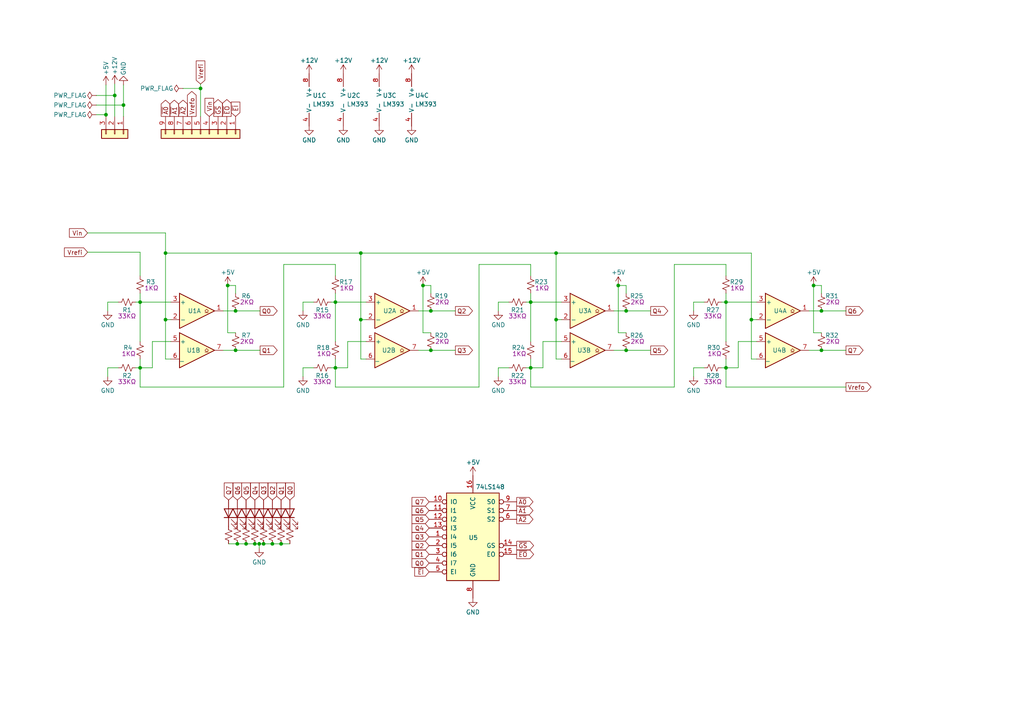
<source format=kicad_sch>
(kicad_sch (version 20211123) (generator eeschema)
  (paper "A4")
  (lib_symbols
    (symbol "74xx:74LS148" (pin_names (offset 1.016))
      (property "Reference" "U" (at -7.62 13.97 0))
      (property "Value" "74LS148" (at -7.62 -13.97 0))
      (symbol "74LS148_1_0"
        (pin input inverted (at -12.7 0 0) (length 5.08) (name "I4") (number "1"))
        (pin input inverted (at -12.7 10.16 0) (length 5.08) (name "IO") (number "10"))
        (pin input inverted (at -12.7 7.62 0) (length 5.08) (name "I1") (number "11"))
        (pin input inverted (at -12.7 5.08 0) (length 5.08) (name "I2") (number "12"))
        (pin input inverted (at -12.7 2.54 0) (length 5.08) (name "I3") (number "13"))
        (pin output inverted (at 12.7 -2.54 180) (length 5.08) (name "GS") (number "14"))
        (pin output inverted (at 12.7 -5.08 180) (length 5.08) (name "EO") (number "15"))
        (pin power_in line (at 0 17.78 270) (length 5.08) (name "VCC") (number "16"))
        (pin input inverted (at -12.7 -2.54 0) (length 5.08) (name "I5") (number "2"))
        (pin input inverted (at -12.7 -5.08 0) (length 5.08) (name "I6") (number "3"))
        (pin input inverted (at -12.7 -7.62 0) (length 5.08) (name "I7") (number "4"))
        (pin input inverted (at -12.7 -10.16 0) (length 5.08) (name "EI") (number "5"))
        (pin output inverted (at 12.7 5.08 180) (length 5.08) (name "S2") (number "6"))
        (pin output inverted (at 12.7 7.62 180) (length 5.08) (name "S1") (number "7"))
        (pin power_in line (at 0 -17.78 90) (length 5.08) (name "GND") (number "8"))
        (pin output inverted (at 12.7 10.16 180) (length 5.08) (name "S0") (number "9"))
      )
      (symbol "74LS148_1_1"
        (rectangle (start -7.62 12.7) (end 7.62 -12.7) (stroke (width 0.254)) (fill (type background)))
      )
    )
    (symbol "Comparator:LM393" (pin_names (offset 0.127))
      (property "Reference" "U" (at 3.81 3.81 0))
      (property "Value" "LM393" (at 6.35 -3.81 0))
      (symbol "LM393_1_1"
        (polyline (pts (xy -5.08 5.08) (xy 5.08 0) (xy -5.08 -5.08) (xy -5.08 5.08)) (stroke (width 0.254)) (fill (type background)))
        (polyline (pts (xy 3.302 -0.508) (xy 2.794 -0.508) (xy 3.302 0) (xy 2.794 0.508) (xy 2.286 0) (xy 2.794 -0.508) (xy 2.286 -0.508)) (stroke (width 0.127)))
        (pin open_collector line (at 7.62 0 180) (length 2.54) (name "~") (number "1"))
        (pin input line (at -7.62 -2.54 0) (length 2.54) (name "-") (number "2"))
        (pin input line (at -7.62 2.54 0) (length 2.54) (name "+") (number "3"))
      )
      (symbol "LM393_2_1"
        (polyline (pts (xy -5.08 5.08) (xy 5.08 0) (xy -5.08 -5.08) (xy -5.08 5.08)) (stroke (width 0.254)) (fill (type background)))
        (polyline (pts (xy 3.302 -0.508) (xy 2.794 -0.508) (xy 3.302 0) (xy 2.794 0.508) (xy 2.286 0) (xy 2.794 -0.508) (xy 2.286 -0.508)) (stroke (width 0.127)))
        (pin input line (at -7.62 2.54 0) (length 2.54) (name "+") (number "5"))
        (pin input line (at -7.62 -2.54 0) (length 2.54) (name "_") (number "6"))
        (pin open_collector line (at 7.62 0 180) (length 2.54) (name "~") (number "7"))
      )
      (symbol "LM393_3_1"
        (pin power_in line (at -2.54 -7.62 90) (length 3.81) (name "V-") (number "4"))
        (pin power_in line (at -2.54 7.62 270) (length 3.81) (name "V+") (number "8"))
      )
    )
    (symbol "Connector_Generic:Conn_01x03" (pin_names (offset 1.016) hide)
      (property "Reference" "J" (at 0 5.08 0))
      (property "Value" "Conn_01x03" (at 0 -5.08 0))
      (symbol "Conn_01x03_1_1"
        (rectangle (start -1.27 -2.413) (end 0 -2.667) (stroke (width 0.1524)))
        (rectangle (start -1.27 0.127) (end 0 -0.127) (stroke (width 0.1524)))
        (rectangle (start -1.27 2.667) (end 0 2.413) (stroke (width 0.1524)))
        (rectangle (start -1.27 3.81) (end 1.27 -3.81) (stroke (width 0.254)) (fill (type background)))
        (pin passive line (at -5.08 2.54 0) (length 3.81) (name "Pin_1") (number "1"))
        (pin passive line (at -5.08 0 0) (length 3.81) (name "Pin_2") (number "2"))
        (pin passive line (at -5.08 -2.54 0) (length 3.81) (name "Pin_3") (number "3"))
      )
    )
    (symbol "Connector_Generic:Conn_01x09" (pin_names (offset 1.016) hide)
      (property "Reference" "J" (at 0 12.7 0))
      (property "Value" "Conn_01x09" (at 0 -12.7 0))
      (symbol "Conn_01x09_1_1"
        (rectangle (start -1.27 -10.033) (end 0 -10.287) (stroke (width 0.1524)))
        (rectangle (start -1.27 -7.493) (end 0 -7.747) (stroke (width 0.1524)))
        (rectangle (start -1.27 -4.953) (end 0 -5.207) (stroke (width 0.1524)))
        (rectangle (start -1.27 -2.413) (end 0 -2.667) (stroke (width 0.1524)))
        (rectangle (start -1.27 0.127) (end 0 -0.127) (stroke (width 0.1524)))
        (rectangle (start -1.27 2.667) (end 0 2.413) (stroke (width 0.1524)))
        (rectangle (start -1.27 5.207) (end 0 4.953) (stroke (width 0.1524)))
        (rectangle (start -1.27 7.747) (end 0 7.493) (stroke (width 0.1524)))
        (rectangle (start -1.27 10.287) (end 0 10.033) (stroke (width 0.1524)))
        (rectangle (start -1.27 11.43) (end 1.27 -11.43) (stroke (width 0.254)) (fill (type background)))
        (pin passive line (at -5.08 10.16 0) (length 3.81) (name "Pin_1") (number "1"))
        (pin passive line (at -5.08 7.62 0) (length 3.81) (name "Pin_2") (number "2"))
        (pin passive line (at -5.08 5.08 0) (length 3.81) (name "Pin_3") (number "3"))
        (pin passive line (at -5.08 2.54 0) (length 3.81) (name "Pin_4") (number "4"))
        (pin passive line (at -5.08 0 0) (length 3.81) (name "Pin_5") (number "5"))
        (pin passive line (at -5.08 -2.54 0) (length 3.81) (name "Pin_6") (number "6"))
        (pin passive line (at -5.08 -5.08 0) (length 3.81) (name "Pin_7") (number "7"))
        (pin passive line (at -5.08 -7.62 0) (length 3.81) (name "Pin_8") (number "8"))
        (pin passive line (at -5.08 -10.16 0) (length 3.81) (name "Pin_9") (number "9"))
      )
    )
    (symbol "Device:LED" (pin_numbers hide) (pin_names (offset 1.016) hide)
      (property "Reference" "D" (at 0 2.54 0))
      (property "Value" "LED" (at 0 -2.54 0))
      (symbol "LED_0_1"
        (polyline (pts (xy -1.27 -1.27) (xy -1.27 1.27)) (stroke (width 0.254)))
        (polyline (pts (xy -1.27 0) (xy 1.27 0)))
        (polyline (pts (xy 1.27 -1.27) (xy 1.27 1.27) (xy -1.27 0) (xy 1.27 -1.27)) (stroke (width 0.254)))
        (polyline (pts (xy -3.048 -0.762) (xy -4.572 -2.286) (xy -3.81 -2.286) (xy -4.572 -2.286) (xy -4.572 -1.524)))
        (polyline (pts (xy -1.778 -0.762) (xy -3.302 -2.286) (xy -2.54 -2.286) (xy -3.302 -2.286) (xy -3.302 -1.524)))
      )
      (symbol "LED_1_1"
        (pin passive line (at -3.81 0 0) (length 2.54) (name "K") (number "1"))
        (pin passive line (at 3.81 0 180) (length 2.54) (name "A") (number "2"))
      )
    )
    (symbol "Device:R_Small_US" (pin_numbers hide) (pin_names (offset 0.254) hide)
      (property "Reference" "R" (at 0.762 0.508 0))
      (property "Value" "R_Small_US" (at 0.762 -1.016 0))
      (symbol "R_Small_US_1_1"
        (polyline (pts (xy 0 0) (xy 1.016 -0.381) (xy 0 -0.762) (xy -1.016 -1.143) (xy 0 -1.524)))
        (polyline (pts (xy 0 1.524) (xy 1.016 1.143) (xy 0 0.762) (xy -1.016 0.381) (xy 0 0)))
        (pin passive line (at 0 2.54 270) (length 1.016) (name "~") (number "1"))
        (pin passive line (at 0 -2.54 90) (length 1.016) (name "~") (number "2"))
      )
    )
    (symbol "power:+12V" (power) (pin_names (offset 0))
      (property "Value" "+12V" (at 0 3.556 0))
      (symbol "+12V_0_1"
        (polyline (pts (xy -0.762 1.27) (xy 0 2.54)))
        (polyline (pts (xy 0 0) (xy 0 2.54)))
        (polyline (pts (xy 0 2.54) (xy 0.762 1.27)))
      )
      (symbol "+12V_1_1"
        (pin power_in line (at 0 0 90) (length 0) hide (name "+12V") (number "1"))
      )
    )
    (symbol "power:+5V" (power) (pin_names (offset 0))
      (property "Value" "+5V" (at 0 3.556 0))
      (symbol "+5V_0_1"
        (polyline (pts (xy -0.762 1.27) (xy 0 2.54)))
        (polyline (pts (xy 0 0) (xy 0 2.54)))
        (polyline (pts (xy 0 2.54) (xy 0.762 1.27)))
      )
      (symbol "+5V_1_1"
        (pin power_in line (at 0 0 90) (length 0) hide (name "+5V") (number "1"))
      )
    )
    (symbol "power:GND" (power) (pin_names (offset 0))
      (property "Value" "GND" (at 0 -3.81 0))
      (symbol "GND_0_1"
        (polyline (pts (xy 0 0) (xy 0 -1.27) (xy 1.27 -1.27) (xy 0 -2.54) (xy -1.27 -1.27) (xy 0 -1.27)))
      )
      (symbol "GND_1_1"
        (pin power_in line (at 0 0 270) (length 0) hide (name "GND") (number "1"))
      )
    )
    (symbol "power:PWR_FLAG" (power) (pin_numbers hide) (pin_names (offset 0) hide)
      (property "Value" "PWR_FLAG" (at 0 3.81 0))
      (symbol "PWR_FLAG_0_0"
        (pin power_out line (at 0 0 90) (length 0) (name "pwr") (number "1"))
      )
      (symbol "PWR_FLAG_0_1"
        (polyline (pts (xy 0 0) (xy 0 1.27) (xy -1.016 1.905) (xy 0 2.54) (xy 1.016 1.905) (xy 0 1.27)))
      )
    )
  )
  (junction (at 35.814 30.48))
  (junction (at 181.61 90.17))
  (junction (at 217.932 92.71))
  (junction (at 235.966 82.804))
  (junction (at 153.924 106.68))
  (junction (at 104.648 92.71))
  (junction (at 40.64 106.68))
  (junction (at 40.64 87.63))
  (junction (at 48.006 73.406))
  (junction (at 68.326 90.17))
  (junction (at 58.166 25.654))
  (junction (at 104.648 73.406))
  (junction (at 68.326 101.6))
  (junction (at 66.04 82.804))
  (junction (at 97.282 87.63))
  (junction (at 124.968 101.6))
  (junction (at 33.274 27.686))
  (junction (at 122.682 82.804))
  (junction (at 210.566 106.68))
  (junction (at 161.29 92.71))
  (junction (at 179.324 82.804))
  (junction (at 71.374 157.734))
  (junction (at 153.924 87.63))
  (junction (at 97.282 106.68))
  (junction (at 210.566 87.63))
  (junction (at 30.734 33.274))
  (junction (at 124.968 90.17))
  (junction (at 181.61 101.6))
  (junction (at 81.534 157.734))
  (junction (at 68.834 157.734))
  (junction (at 73.914 157.734))
  (junction (at 78.994 157.734))
  (junction (at 48.006 92.71))
  (junction (at 75.184 157.734))
  (junction (at 238.252 101.6))
  (junction (at 76.454 157.734))
  (junction (at 161.29 73.406))
  (junction (at 238.252 90.17))
  (wire (pts (xy 97.282 87.63) (xy 106.172 87.63)))
  (wire (pts (xy 44.196 106.68) (xy 40.64 106.68)))
  (wire (pts (xy 153.924 104.14) (xy 153.924 106.68)))
  (wire (pts (xy 217.932 104.14) (xy 219.456 104.14)))
  (wire (pts (xy 48.006 67.564) (xy 48.006 73.406)))
  (wire (pts (xy 75.184 157.734) (xy 76.454 157.734)))
  (wire (pts (xy 121.412 90.17) (xy 124.968 90.17)))
  (wire (pts (xy 235.966 96.52) (xy 238.252 96.52)))
  (wire (pts (xy 219.456 99.06) (xy 214.122 99.06)))
  (wire (pts (xy 25.4 67.564) (xy 48.006 67.564)))
  (wire (pts (xy 153.924 85.09) (xy 153.924 87.63)))
  (wire (pts (xy 25.4 73.152) (xy 40.64 73.152)))
  (wire (pts (xy 122.682 82.804) (xy 124.968 82.804)))
  (wire (pts (xy 96.012 106.68) (xy 97.282 106.68)))
  (wire (pts (xy 97.282 106.68) (xy 100.838 106.68)))
  (wire (pts (xy 64.77 101.6) (xy 68.326 101.6)))
  (wire (pts (xy 210.566 87.63) (xy 210.566 99.06)))
  (wire (pts (xy 181.61 101.6) (xy 188.722 101.6)))
  (wire (pts (xy 97.282 85.09) (xy 97.282 87.63)))
  (wire (pts (xy 124.968 82.804) (xy 124.968 85.09)))
  (wire (pts (xy 152.654 87.63) (xy 153.924 87.63)))
  (wire (pts (xy 66.294 157.734) (xy 68.834 157.734)))
  (wire (pts (xy 153.924 87.63) (xy 162.814 87.63)))
  (wire (pts (xy 66.04 82.804) (xy 68.326 82.804)))
  (wire (pts (xy 49.53 99.06) (xy 44.196 99.06)))
  (wire (pts (xy 40.64 112.268) (xy 82.296 112.268)))
  (wire (pts (xy 78.994 157.734) (xy 81.534 157.734)))
  (wire (pts (xy 157.48 99.06) (xy 157.48 106.68)))
  (wire (pts (xy 31.242 109.22) (xy 31.242 106.68)))
  (wire (pts (xy 210.566 80.01) (xy 210.566 76.708)))
  (wire (pts (xy 210.566 85.09) (xy 210.566 87.63)))
  (wire (pts (xy 68.326 90.17) (xy 75.438 90.17)))
  (wire (pts (xy 144.526 109.22) (xy 144.526 106.68)))
  (wire (pts (xy 75.184 159.004) (xy 75.184 157.734)))
  (wire (pts (xy 153.924 87.63) (xy 153.924 99.06)))
  (wire (pts (xy 104.648 92.71) (xy 104.648 104.14)))
  (wire (pts (xy 201.168 87.63) (xy 204.216 87.63)))
  (wire (pts (xy 40.64 85.09) (xy 40.64 87.63)))
  (wire (pts (xy 31.242 90.17) (xy 31.242 87.63)))
  (wire (pts (xy 195.58 76.708) (xy 195.58 112.268)))
  (wire (pts (xy 68.834 157.734) (xy 71.374 157.734)))
  (wire (pts (xy 153.924 106.68) (xy 153.924 112.268)))
  (wire (pts (xy 97.282 104.14) (xy 97.282 106.68)))
  (wire (pts (xy 217.932 92.71) (xy 217.932 73.406)))
  (wire (pts (xy 97.282 80.01) (xy 97.282 76.708)))
  (wire (pts (xy 30.734 33.274) (xy 30.734 33.782)))
  (wire (pts (xy 82.296 76.708) (xy 82.296 112.268)))
  (wire (pts (xy 210.566 104.14) (xy 210.566 106.68)))
  (wire (pts (xy 104.648 73.406) (xy 48.006 73.406)))
  (wire (pts (xy 144.526 90.17) (xy 144.526 87.63)))
  (wire (pts (xy 178.054 90.17) (xy 181.61 90.17)))
  (wire (pts (xy 40.64 106.68) (xy 40.64 112.268)))
  (wire (pts (xy 201.168 90.17) (xy 201.168 87.63)))
  (wire (pts (xy 106.172 99.06) (xy 100.838 99.06)))
  (wire (pts (xy 53.086 25.654) (xy 58.166 25.654)))
  (wire (pts (xy 31.242 87.63) (xy 34.29 87.63)))
  (wire (pts (xy 162.814 92.71) (xy 161.29 92.71)))
  (wire (pts (xy 40.64 87.63) (xy 49.53 87.63)))
  (wire (pts (xy 153.924 112.268) (xy 195.58 112.268)))
  (wire (pts (xy 35.814 24.638) (xy 35.814 30.48)))
  (wire (pts (xy 124.968 101.6) (xy 132.08 101.6)))
  (wire (pts (xy 49.53 92.71) (xy 48.006 92.71)))
  (wire (pts (xy 87.884 106.68) (xy 90.932 106.68)))
  (wire (pts (xy 97.282 106.68) (xy 97.282 112.268)))
  (wire (pts (xy 68.326 101.6) (xy 75.438 101.6)))
  (wire (pts (xy 87.884 90.17) (xy 87.884 87.63)))
  (wire (pts (xy 35.814 30.48) (xy 35.814 33.782)))
  (wire (pts (xy 71.374 157.734) (xy 73.914 157.734)))
  (wire (pts (xy 210.566 106.68) (xy 210.566 112.268)))
  (wire (pts (xy 210.566 87.63) (xy 219.456 87.63)))
  (wire (pts (xy 30.734 24.638) (xy 30.734 33.274)))
  (wire (pts (xy 161.29 92.71) (xy 161.29 73.406)))
  (wire (pts (xy 64.77 90.17) (xy 68.326 90.17)))
  (wire (pts (xy 217.932 92.71) (xy 217.932 104.14)))
  (wire (pts (xy 210.566 106.68) (xy 214.122 106.68)))
  (wire (pts (xy 58.166 25.654) (xy 58.166 33.782)))
  (wire (pts (xy 121.412 101.6) (xy 124.968 101.6)))
  (wire (pts (xy 179.324 82.804) (xy 181.61 82.804)))
  (wire (pts (xy 181.61 82.804) (xy 181.61 85.09)))
  (wire (pts (xy 124.968 90.17) (xy 132.08 90.17)))
  (wire (pts (xy 68.326 82.804) (xy 68.326 85.09)))
  (wire (pts (xy 235.966 82.804) (xy 235.966 96.52)))
  (wire (pts (xy 40.64 87.63) (xy 40.64 99.06)))
  (wire (pts (xy 48.006 104.14) (xy 49.53 104.14)))
  (wire (pts (xy 39.37 87.63) (xy 40.64 87.63)))
  (wire (pts (xy 73.914 157.734) (xy 75.184 157.734)))
  (wire (pts (xy 235.966 82.804) (xy 238.252 82.804)))
  (wire (pts (xy 210.566 76.708) (xy 195.58 76.708)))
  (wire (pts (xy 87.884 87.63) (xy 90.932 87.63)))
  (wire (pts (xy 179.324 82.804) (xy 179.324 96.52)))
  (wire (pts (xy 122.682 96.52) (xy 124.968 96.52)))
  (wire (pts (xy 66.04 96.52) (xy 68.326 96.52)))
  (wire (pts (xy 31.242 106.68) (xy 34.29 106.68)))
  (wire (pts (xy 179.324 96.52) (xy 181.61 96.52)))
  (wire (pts (xy 214.122 99.06) (xy 214.122 106.68)))
  (wire (pts (xy 39.37 106.68) (xy 40.64 106.68)))
  (wire (pts (xy 161.29 73.406) (xy 104.648 73.406)))
  (wire (pts (xy 144.526 106.68) (xy 147.574 106.68)))
  (wire (pts (xy 181.61 90.17) (xy 188.722 90.17)))
  (wire (pts (xy 122.682 82.804) (xy 122.682 96.52)))
  (wire (pts (xy 97.282 76.708) (xy 82.296 76.708)))
  (wire (pts (xy 178.054 101.6) (xy 181.61 101.6)))
  (wire (pts (xy 104.648 104.14) (xy 106.172 104.14)))
  (wire (pts (xy 44.196 99.06) (xy 44.196 106.68)))
  (wire (pts (xy 162.814 99.06) (xy 157.48 99.06)))
  (wire (pts (xy 201.168 106.68) (xy 204.216 106.68)))
  (wire (pts (xy 97.282 87.63) (xy 97.282 99.06)))
  (wire (pts (xy 48.006 92.71) (xy 48.006 104.14)))
  (wire (pts (xy 144.526 87.63) (xy 147.574 87.63)))
  (wire (pts (xy 30.734 33.274) (xy 27.94 33.274)))
  (wire (pts (xy 76.454 157.734) (xy 78.994 157.734)))
  (wire (pts (xy 66.04 82.804) (xy 66.04 96.52)))
  (wire (pts (xy 153.924 106.68) (xy 157.48 106.68)))
  (wire (pts (xy 27.94 30.48) (xy 35.814 30.48)))
  (wire (pts (xy 238.252 82.804) (xy 238.252 85.09)))
  (wire (pts (xy 153.924 80.01) (xy 153.924 76.708)))
  (wire (pts (xy 40.64 104.14) (xy 40.64 106.68)))
  (wire (pts (xy 27.94 27.686) (xy 33.274 27.686)))
  (wire (pts (xy 40.64 73.152) (xy 40.64 80.01)))
  (wire (pts (xy 87.884 109.22) (xy 87.884 106.68)))
  (wire (pts (xy 210.566 112.268) (xy 245.364 112.268)))
  (wire (pts (xy 100.838 99.06) (xy 100.838 106.68)))
  (wire (pts (xy 138.938 76.708) (xy 138.938 112.268)))
  (wire (pts (xy 33.274 24.384) (xy 33.274 27.686)))
  (wire (pts (xy 106.172 92.71) (xy 104.648 92.71)))
  (wire (pts (xy 33.274 27.686) (xy 33.274 33.782)))
  (wire (pts (xy 234.696 90.17) (xy 238.252 90.17)))
  (wire (pts (xy 238.252 90.17) (xy 245.364 90.17)))
  (wire (pts (xy 161.29 104.14) (xy 162.814 104.14)))
  (wire (pts (xy 48.006 73.406) (xy 48.006 92.71)))
  (wire (pts (xy 238.252 101.6) (xy 245.364 101.6)))
  (wire (pts (xy 209.296 87.63) (xy 210.566 87.63)))
  (wire (pts (xy 201.168 109.22) (xy 201.168 106.68)))
  (wire (pts (xy 234.696 101.6) (xy 238.252 101.6)))
  (wire (pts (xy 104.648 92.71) (xy 104.648 73.406)))
  (wire (pts (xy 81.534 157.734) (xy 84.074 157.734)))
  (wire (pts (xy 96.012 87.63) (xy 97.282 87.63)))
  (wire (pts (xy 152.654 106.68) (xy 153.924 106.68)))
  (wire (pts (xy 153.924 76.708) (xy 138.938 76.708)))
  (wire (pts (xy 209.296 106.68) (xy 210.566 106.68)))
  (wire (pts (xy 58.166 24.384) (xy 58.166 25.654)))
  (wire (pts (xy 97.282 112.268) (xy 138.938 112.268)))
  (wire (pts (xy 161.29 92.71) (xy 161.29 104.14)))
  (wire (pts (xy 219.456 92.71) (xy 217.932 92.71)))
  (wire (pts (xy 217.932 73.406) (xy 161.29 73.406)))
  (global_label "Q1" (shape input) (at 81.534 145.034 90) (property "Intersheet References" "${INTERSHEET_REFS}" (effects hide)))
  (global_label "~{A2}" (shape output) (at 53.086 33.782 90) (property "Intersheet References" "${INTERSHEET_REFS}" (effects hide)))
  (global_label "Q6" (shape input) (at 68.834 145.034 90) (property "Intersheet References" "${INTERSHEET_REFS}" (effects hide)))
  (global_label "Q5" (shape input) (at 124.46 150.622 180) (property "Intersheet References" "${INTERSHEET_REFS}" (effects hide)))
  (global_label "Vrefi" (shape input) (at 25.4 73.152 180) (property "Intersheet References" "${INTERSHEET_REFS}" (effects hide)))
  (global_label "Q0" (shape output) (at 75.438 90.17 0) (property "Intersheet References" "${INTERSHEET_REFS}" (effects hide)))
  (global_label "Vin" (shape input) (at 25.4 67.564 180) (property "Intersheet References" "${INTERSHEET_REFS}" (effects hide)))
  (global_label "~{A0}" (shape output) (at 48.006 33.782 90) (property "Intersheet References" "${INTERSHEET_REFS}" (effects hide)))
  (global_label "Q5" (shape output) (at 188.722 101.6 0) (property "Intersheet References" "${INTERSHEET_REFS}" (effects hide)))
  (global_label "~{EO}" (shape output) (at 149.86 160.782 0) (property "Intersheet References" "${INTERSHEET_REFS}" (effects hide)))
  (global_label "Q0" (shape input) (at 84.074 145.034 90) (property "Intersheet References" "${INTERSHEET_REFS}" (effects hide)))
  (global_label "~{A0}" (shape output) (at 149.86 145.542 0) (property "Intersheet References" "${INTERSHEET_REFS}" (effects hide)))
  (global_label "~{A1}" (shape output) (at 50.546 33.782 90) (property "Intersheet References" "${INTERSHEET_REFS}" (effects hide)))
  (global_label "Q6" (shape output) (at 245.364 90.17 0) (property "Intersheet References" "${INTERSHEET_REFS}" (effects hide)))
  (global_label "Vrefi" (shape input) (at 58.166 24.384 90) (property "Intersheet References" "${INTERSHEET_REFS}" (effects hide)))
  (global_label "Q2" (shape input) (at 124.46 158.242 180) (property "Intersheet References" "${INTERSHEET_REFS}" (effects hide)))
  (global_label "~{EI}" (shape input) (at 68.326 33.782 90) (property "Intersheet References" "${INTERSHEET_REFS}" (effects hide)))
  (global_label "Q4" (shape input) (at 73.914 145.034 90) (property "Intersheet References" "${INTERSHEET_REFS}" (effects hide)))
  (global_label "Vrefo" (shape output) (at 245.364 112.268 0) (property "Intersheet References" "${INTERSHEET_REFS}" (effects hide)))
  (global_label "Q7" (shape input) (at 124.46 145.542 180) (property "Intersheet References" "${INTERSHEET_REFS}" (effects hide)))
  (global_label "~{GS}" (shape output) (at 149.86 158.242 0) (property "Intersheet References" "${INTERSHEET_REFS}" (effects hide)))
  (global_label "~{GS}" (shape output) (at 63.246 33.782 90) (property "Intersheet References" "${INTERSHEET_REFS}" (effects hide)))
  (global_label "Q2" (shape output) (at 132.08 90.17 0) (property "Intersheet References" "${INTERSHEET_REFS}" (effects hide)))
  (global_label "Q0" (shape input) (at 124.46 163.322 180) (property "Intersheet References" "${INTERSHEET_REFS}" (effects hide)))
  (global_label "Vin" (shape input) (at 60.706 33.782 90) (property "Intersheet References" "${INTERSHEET_REFS}" (effects hide)))
  (global_label "Q2" (shape input) (at 78.994 145.034 90) (property "Intersheet References" "${INTERSHEET_REFS}" (effects hide)))
  (global_label "Q5" (shape input) (at 71.374 145.034 90) (property "Intersheet References" "${INTERSHEET_REFS}" (effects hide)))
  (global_label "Q3" (shape input) (at 124.46 155.702 180) (property "Intersheet References" "${INTERSHEET_REFS}" (effects hide)))
  (global_label "Q1" (shape input) (at 124.46 160.782 180) (property "Intersheet References" "${INTERSHEET_REFS}" (effects hide)))
  (global_label "Q6" (shape input) (at 124.46 148.082 180) (property "Intersheet References" "${INTERSHEET_REFS}" (effects hide)))
  (global_label "Q4" (shape output) (at 188.722 90.17 0) (property "Intersheet References" "${INTERSHEET_REFS}" (effects hide)))
  (global_label "Q7" (shape output) (at 245.364 101.6 0) (property "Intersheet References" "${INTERSHEET_REFS}" (effects hide)))
  (global_label "Q1" (shape output) (at 75.438 101.6 0) (property "Intersheet References" "${INTERSHEET_REFS}" (effects hide)))
  (global_label "~{EO}" (shape output) (at 65.786 33.782 90) (property "Intersheet References" "${INTERSHEET_REFS}" (effects hide)))
  (global_label "Q4" (shape input) (at 124.46 153.162 180) (property "Intersheet References" "${INTERSHEET_REFS}" (effects hide)))
  (global_label "Q3" (shape input) (at 76.454 145.034 90) (property "Intersheet References" "${INTERSHEET_REFS}" (effects hide)))
  (global_label "~{A1}" (shape output) (at 149.86 148.082 0) (property "Intersheet References" "${INTERSHEET_REFS}" (effects hide)))
  (global_label "Q3" (shape output) (at 132.08 101.6 0) (property "Intersheet References" "${INTERSHEET_REFS}" (effects hide)))
  (global_label "Q7" (shape input) (at 66.294 145.034 90) (property "Intersheet References" "${INTERSHEET_REFS}" (effects hide)))
  (global_label "~{A2}" (shape output) (at 149.86 150.622 0) (property "Intersheet References" "${INTERSHEET_REFS}" (effects hide)))
  (global_label "~{EI}" (shape input) (at 124.46 165.862 180) (property "Intersheet References" "${INTERSHEET_REFS}" (effects hide)))
  (global_label "Vrefo" (shape output) (at 55.626 33.782 90) (property "Intersheet References" "${INTERSHEET_REFS}" (effects hide)))
  (symbol (lib_id "Connector_Generic:Conn_01x03") (at 33.274 38.862 270) (unit 1)
    (property "Reference" "J1" (effects hide))
    (property "Value" "Conn_01x03" (effects hide))
    (property "Footprint" "Connector_PinHeader_2.54mm:PinHeader_1x03_P2.54mm_Vertical" (effects hide))
  )
  (symbol (lib_id "power:GND") (at 35.814 24.638 180) (unit 1)
    (property "Reference" "#PWR05" (effects hide))
    (property "Value" "GND" (at 35.814 17.78 90) (effects (justify left)))
  )
  (symbol (lib_id "Device:R_Small_US") (at 93.472 106.68 90) (unit 1)
    (property "Reference" "R16" (at 93.472 108.966 90))
    (property "Value" "R_Small_US" (effects hide))
    (property "Footprint" "Resistor_SMD:R_0805_2012Metric" (effects hide))
    (property "Field4" "33KΩ" (at 93.472 110.744 90))
  )
  (symbol (lib_id "Device:LED") (at 71.374 148.844 90) (unit 1)
    (property "Reference" "D3" (effects hide))
    (property "Value" "LED" (effects hide))
    (property "Footprint" "LED_SMD:LED_0805_2012Metric" (effects hide))
  )
  (symbol (lib_id "power:+12V") (at 33.274 24.384 0) (unit 1)
    (property "Reference" "#PWR04" (effects hide))
    (property "Value" "+12V" (at 33.274 19.05 90))
  )
  (symbol (lib_id "Device:R_Small_US") (at 210.566 101.6 0) (unit 1)
    (property "Reference" "R30" (at 207.01 100.838 0))
    (property "Value" "R_Small_US" (effects hide))
    (property "Footprint" "Resistor_SMD:R_0805_2012Metric" (effects hide))
    (property "Field4" "1KΩ" (at 207.264 102.616 0))
  )
  (symbol (lib_id "Device:R_Small_US") (at 181.61 99.06 180) (unit 1)
    (property "Reference" "R26" (at 184.658 97.282 0))
    (property "Value" "R_Small_US" (effects hide))
    (property "Footprint" "Resistor_SMD:R_0805_2012Metric" (effects hide))
    (property "Field4" "2KΩ" (at 184.912 99.06 0))
  )
  (symbol (lib_id "Comparator:LM393") (at 102.108 28.956 0) (unit 3)
    (property "Reference" "U2" (at 100.584 27.6859 0) (effects (justify left)))
    (property "Value" "LM393" (at 100.584 30.2259 0) (effects (justify left)))
    (property "Footprint" "Package_SO:SOIC-8_3.9x4.9mm_P1.27mm" (effects hide))
    (property "Datasheet" "http://www.ti.com/lit/ds/symlink/lm393.pdf" (effects hide))
  )
  (symbol (lib_id "Comparator:LM393") (at 92.202 28.956 0) (unit 3)
    (property "Reference" "U1" (at 90.678 27.6859 0) (effects (justify left)))
    (property "Value" "LM393" (at 90.678 30.2259 0) (effects (justify left)))
    (property "Footprint" "Package_SO:SOIC-8_3.9x4.9mm_P1.27mm" (effects hide))
    (property "Datasheet" "http://www.ti.com/lit/ds/symlink/lm393.pdf" (effects hide))
  )
  (symbol (lib_id "Device:R_Small_US") (at 181.61 87.63 180) (unit 1)
    (property "Reference" "R25" (at 184.658 85.852 0))
    (property "Value" "R_Small_US" (effects hide))
    (property "Footprint" "Resistor_SMD:R_0805_2012Metric" (effects hide))
    (property "Field4" "2KΩ" (at 184.912 87.63 0))
  )
  (symbol (lib_id "Comparator:LM393") (at 113.792 90.17 0) (unit 1)
    (property "Reference" "U2" (at 113.03 90.17 0))
    (property "Value" "LM393" (effects hide))
    (property "Footprint" "Package_SO:SOIC-8_3.9x4.9mm_P1.27mm" (effects hide))
    (property "Datasheet" "http://www.ti.com/lit/ds/symlink/lm393.pdf" (effects hide))
  )
  (symbol (lib_id "Device:R_Small_US") (at 153.924 101.6 0) (unit 1)
    (property "Reference" "R24" (at 150.368 100.838 0))
    (property "Value" "R_Small_US" (effects hide))
    (property "Footprint" "Resistor_SMD:R_0805_2012Metric" (effects hide))
    (property "Field4" "1KΩ" (at 150.622 102.616 0))
  )
  (symbol (lib_id "Comparator:LM393") (at 170.434 101.6 0) (unit 2)
    (property "Reference" "U3" (at 169.418 101.6 0))
    (property "Value" "LM393" (effects hide))
    (property "Footprint" "Package_SO:SOIC-8_3.9x4.9mm_P1.27mm" (effects hide))
    (property "Datasheet" "http://www.ti.com/lit/ds/symlink/lm393.pdf" (effects hide))
  )
  (symbol (lib_id "Comparator:LM393") (at 227.076 90.17 0) (unit 1)
    (property "Reference" "U4" (at 226.314 90.17 0))
    (property "Value" "LM393" (effects hide))
    (property "Footprint" "Package_SO:SOIC-8_3.9x4.9mm_P1.27mm" (effects hide))
    (property "Datasheet" "http://www.ti.com/lit/ds/symlink/lm393.pdf" (effects hide))
  )
  (symbol (lib_id "Device:R_Small_US") (at 124.968 99.06 180) (unit 1)
    (property "Reference" "R20" (at 128.016 97.282 0))
    (property "Value" "R_Small_US" (effects hide))
    (property "Footprint" "Resistor_SMD:R_0805_2012Metric" (effects hide))
    (property "Field4" "2KΩ" (at 128.27 99.06 0))
  )
  (symbol (lib_id "power:GND") (at 75.184 159.004 0) (unit 1)
    (property "Reference" "#PWR07" (effects hide))
    (property "Value" "GND" (at 75.184 163.068 0))
  )
  (symbol (lib_id "power:GND") (at 119.38 36.576 0) (unit 1)
    (property "Reference" "#PWR017" (effects hide))
    (property "Value" "GND" (at 119.38 40.64 0))
  )
  (symbol (lib_id "Device:R_Small_US") (at 206.756 87.63 90) (unit 1)
    (property "Reference" "R27" (at 206.756 89.916 90))
    (property "Value" "R_Small_US" (effects hide))
    (property "Footprint" "Resistor_SMD:R_0805_2012Metric" (effects hide))
    (property "Field4" "33KΩ" (at 206.756 91.694 90))
  )
  (symbol (lib_id "power:GND") (at 137.16 173.482 0) (unit 1)
    (property "Reference" "#PWR020" (effects hide))
    (property "Value" "GND" (at 137.16 177.546 0))
  )
  (symbol (lib_id "power:+5V") (at 66.04 82.804 0) (unit 1)
    (property "Reference" "#PWR06" (effects hide))
    (property "Value" "+5V" (at 64.008 78.994 0) (effects (justify left)))
  )
  (symbol (lib_id "Device:R_Small_US") (at 68.326 87.63 180) (unit 1)
    (property "Reference" "R6" (at 71.374 85.852 0))
    (property "Value" "R_Small_US" (effects hide))
    (property "Footprint" "Resistor_SMD:R_0805_2012Metric" (effects hide))
    (property "Field4" "2KΩ" (at 71.628 87.63 0))
  )
  (symbol (lib_id "Comparator:LM393") (at 57.15 90.17 0) (unit 1)
    (property "Reference" "U1" (at 56.388 90.17 0))
    (property "Value" "LM393" (effects hide))
    (property "Footprint" "Package_SO:SOIC-8_3.9x4.9mm_P1.27mm" (effects hide))
    (property "Datasheet" "http://www.ti.com/lit/ds/symlink/lm393.pdf" (effects hide))
  )
  (symbol (lib_id "Device:R_Small_US") (at 206.756 106.68 90) (unit 1)
    (property "Reference" "R28" (at 206.756 108.966 90))
    (property "Value" "R_Small_US" (effects hide))
    (property "Footprint" "Resistor_SMD:R_0805_2012Metric" (effects hide))
    (property "Field4" "33KΩ" (at 206.756 110.744 90))
  )
  (symbol (lib_id "power:GND") (at 31.242 90.17 0) (unit 1)
    (property "Reference" "#PWR02" (effects hide))
    (property "Value" "GND" (at 31.242 94.234 0))
  )
  (symbol (lib_id "Device:R_Small_US") (at 81.534 155.194 0) (unit 1)
    (property "Reference" "R13" (effects hide))
    (property "Value" "R_Small_US" (effects hide))
    (property "Footprint" "Resistor_SMD:R_0805_2012Metric" (effects hide))
  )
  (symbol (lib_id "Comparator:LM393") (at 121.92 28.956 0) (unit 3)
    (property "Reference" "U4" (at 120.396 27.6859 0) (effects (justify left)))
    (property "Value" "LM393" (at 120.396 30.2259 0) (effects (justify left)))
    (property "Footprint" "Package_SO:SOIC-8_3.9x4.9mm_P1.27mm" (effects hide))
    (property "Datasheet" "http://www.ti.com/lit/ds/symlink/lm393.pdf" (effects hide))
  )
  (symbol (lib_id "Device:R_Small_US") (at 93.472 87.63 90) (unit 1)
    (property "Reference" "R15" (at 93.472 89.916 90))
    (property "Value" "R_Small_US" (effects hide))
    (property "Footprint" "Resistor_SMD:R_0805_2012Metric" (effects hide))
    (property "Field4" "33KΩ" (at 93.472 91.694 90))
  )
  (symbol (lib_id "power:GND") (at 87.884 90.17 0) (unit 1)
    (property "Reference" "#PWR08" (effects hide))
    (property "Value" "GND" (at 87.884 94.234 0))
  )
  (symbol (lib_id "Device:LED") (at 66.294 148.844 90) (unit 1)
    (property "Reference" "D1" (effects hide))
    (property "Value" "LED" (effects hide))
    (property "Footprint" "LED_SMD:LED_0805_2012Metric" (effects hide))
  )
  (symbol (lib_id "74xx:74LS148") (at 137.16 155.702 0) (unit 1)
    (property "Reference" "U5" (at 135.89 155.956 0) (effects (justify left)))
    (property "Value" "74LS148" (at 137.922 141.224 0) (effects (justify left)))
    (property "Footprint" "Package_SO:SOIC-16_3.9x9.9mm_P1.27mm" (effects hide))
    (property "Datasheet" "http://www.ti.com/lit/gpn/sn74LS148" (effects hide))
  )
  (symbol (lib_id "power:+5V") (at 122.682 82.804 0) (unit 1)
    (property "Reference" "#PWR018" (effects hide))
    (property "Value" "+5V" (at 120.65 78.994 0) (effects (justify left)))
  )
  (symbol (lib_id "Device:R_Small_US") (at 150.114 106.68 90) (unit 1)
    (property "Reference" "R22" (at 150.114 108.966 90))
    (property "Value" "R_Small_US" (effects hide))
    (property "Footprint" "Resistor_SMD:R_0805_2012Metric" (effects hide))
    (property "Field4" "33KΩ" (at 150.114 110.744 90))
  )
  (symbol (lib_id "power:PWR_FLAG") (at 27.94 33.274 90) (unit 1)
    (property "Reference" "#FLG03" (effects hide))
    (property "Value" "PWR_FLAG" (at 25.146 33.274 90) (effects (justify left)))
  )
  (symbol (lib_id "power:+5V") (at 137.16 137.922 0) (unit 1)
    (property "Reference" "#PWR019" (effects hide))
    (property "Value" "+5V" (at 135.128 134.112 0) (effects (justify left)))
  )
  (symbol (lib_id "Device:R_Small_US") (at 78.994 155.194 0) (unit 1)
    (property "Reference" "R12" (effects hide))
    (property "Value" "R_Small_US" (effects hide))
    (property "Footprint" "Resistor_SMD:R_0805_2012Metric" (effects hide))
  )
  (symbol (lib_id "Device:R_Small_US") (at 124.968 87.63 180) (unit 1)
    (property "Reference" "R19" (at 128.016 85.852 0))
    (property "Value" "R_Small_US" (effects hide))
    (property "Footprint" "Resistor_SMD:R_0805_2012Metric" (effects hide))
    (property "Field4" "2KΩ" (at 128.27 87.63 0))
  )
  (symbol (lib_id "power:GND") (at 144.526 109.22 0) (unit 1)
    (property "Reference" "#PWR022" (effects hide))
    (property "Value" "GND" (at 144.526 113.284 0))
  )
  (symbol (lib_id "power:GND") (at 201.168 90.17 0) (unit 1)
    (property "Reference" "#PWR024" (effects hide))
    (property "Value" "GND" (at 201.168 94.234 0))
  )
  (symbol (lib_id "power:PWR_FLAG") (at 53.086 25.654 90) (unit 1)
    (property "Reference" "#FLG04" (effects hide))
    (property "Value" "PWR_FLAG" (at 50.292 25.654 90) (effects (justify left)))
  )
  (symbol (lib_id "Device:R_Small_US") (at 66.294 155.194 0) (unit 1)
    (property "Reference" "R5" (effects hide))
    (property "Value" "R_Small_US" (effects hide))
    (property "Footprint" "Resistor_SMD:R_0805_2012Metric" (effects hide))
  )
  (symbol (lib_id "power:GND") (at 109.982 36.576 0) (unit 1)
    (property "Reference" "#PWR015" (effects hide))
    (property "Value" "GND" (at 109.982 40.64 0))
  )
  (symbol (lib_id "Device:R_Small_US") (at 36.83 87.63 90) (unit 1)
    (property "Reference" "R1" (at 36.83 89.916 90))
    (property "Value" "R_Small_US" (effects hide))
    (property "Footprint" "Resistor_SMD:R_0805_2012Metric" (effects hide))
    (property "Field4" "33KΩ" (at 36.83 91.694 90))
  )
  (symbol (lib_id "power:GND") (at 31.242 109.22 0) (unit 1)
    (property "Reference" "#PWR03" (effects hide))
    (property "Value" "GND" (at 31.242 113.284 0))
  )
  (symbol (lib_id "Comparator:LM393") (at 113.792 101.6 0) (unit 2)
    (property "Reference" "U2" (at 112.776 101.6 0))
    (property "Value" "LM393" (effects hide))
    (property "Footprint" "Package_SO:SOIC-8_3.9x4.9mm_P1.27mm" (effects hide))
    (property "Datasheet" "http://www.ti.com/lit/ds/symlink/lm393.pdf" (effects hide))
  )
  (symbol (lib_id "Device:R_Small_US") (at 238.252 87.63 180) (unit 1)
    (property "Reference" "R31" (at 241.3 85.852 0))
    (property "Value" "R_Small_US" (effects hide))
    (property "Footprint" "Resistor_SMD:R_0805_2012Metric" (effects hide))
    (property "Field4" "2KΩ" (at 241.554 87.63 0))
  )
  (symbol (lib_id "power:GND") (at 201.168 109.22 0) (unit 1)
    (property "Reference" "#PWR025" (effects hide))
    (property "Value" "GND" (at 201.168 113.284 0))
  )
  (symbol (lib_id "power:+5V") (at 235.966 82.804 0) (unit 1)
    (property "Reference" "#PWR026" (effects hide))
    (property "Value" "+5V" (at 233.934 78.994 0) (effects (justify left)))
  )
  (symbol (lib_id "Device:R_Small_US") (at 150.114 87.63 90) (unit 1)
    (property "Reference" "R21" (at 150.114 89.916 90))
    (property "Value" "R_Small_US" (effects hide))
    (property "Footprint" "Resistor_SMD:R_0805_2012Metric" (effects hide))
    (property "Field4" "33KΩ" (at 150.114 91.694 90))
  )
  (symbol (lib_id "power:+12V") (at 89.662 21.336 0) (unit 1)
    (property "Reference" "#PWR010" (effects hide))
    (property "Value" "+12V" (at 89.662 17.526 0))
  )
  (symbol (lib_id "Device:LED") (at 78.994 148.844 90) (unit 1)
    (property "Reference" "D6" (effects hide))
    (property "Value" "LED" (effects hide))
    (property "Footprint" "LED_SMD:LED_0805_2012Metric" (effects hide))
  )
  (symbol (lib_id "Device:LED") (at 68.834 148.844 90) (unit 1)
    (property "Reference" "D2" (effects hide))
    (property "Value" "LED" (effects hide))
    (property "Footprint" "LED_SMD:LED_0805_2012Metric" (effects hide))
  )
  (symbol (lib_id "Comparator:LM393") (at 170.434 90.17 0) (unit 1)
    (property "Reference" "U3" (at 169.672 90.17 0))
    (property "Value" "LM393" (effects hide))
    (property "Footprint" "Package_SO:SOIC-8_3.9x4.9mm_P1.27mm" (effects hide))
    (property "Datasheet" "http://www.ti.com/lit/ds/symlink/lm393.pdf" (effects hide))
  )
  (symbol (lib_id "power:PWR_FLAG") (at 27.94 27.686 90) (unit 1)
    (property "Reference" "#FLG01" (effects hide))
    (property "Value" "PWR_FLAG" (at 25.146 27.686 90) (effects (justify left)))
  )
  (symbol (lib_id "Device:R_Small_US") (at 40.64 101.6 0) (unit 1)
    (property "Reference" "R4" (at 37.084 100.838 0))
    (property "Value" "R_Small_US" (effects hide))
    (property "Footprint" "Resistor_SMD:R_0805_2012Metric" (effects hide))
    (property "Field4" "1KΩ" (at 37.338 102.616 0))
  )
  (symbol (lib_id "Device:LED") (at 73.914 148.844 90) (unit 1)
    (property "Reference" "D4" (effects hide))
    (property "Value" "LED" (effects hide))
    (property "Footprint" "LED_SMD:LED_0805_2012Metric" (effects hide))
  )
  (symbol (lib_id "Device:R_Small_US") (at 84.074 155.194 0) (unit 1)
    (property "Reference" "R14" (effects hide))
    (property "Value" "R_Small_US" (effects hide))
    (property "Footprint" "Resistor_SMD:R_0805_2012Metric" (effects hide))
  )
  (symbol (lib_id "Device:R_Small_US") (at 36.83 106.68 90) (unit 1)
    (property "Reference" "R2" (at 36.83 108.966 90))
    (property "Value" "R_Small_US" (effects hide))
    (property "Footprint" "Resistor_SMD:R_0805_2012Metric" (effects hide))
    (property "Field4" "33KΩ" (at 36.83 110.744 90))
  )
  (symbol (lib_id "Device:R_Small_US") (at 68.326 99.06 180) (unit 1)
    (property "Reference" "R7" (at 71.374 97.282 0))
    (property "Value" "R_Small_US" (effects hide))
    (property "Footprint" "Resistor_SMD:R_0805_2012Metric" (effects hide))
    (property "Field4" "2KΩ" (at 71.628 99.06 0))
  )
  (symbol (lib_id "Comparator:LM393") (at 57.15 101.6 0) (unit 2)
    (property "Reference" "U1" (at 56.134 101.6 0))
    (property "Value" "LM393" (effects hide))
    (property "Footprint" "Package_SO:SOIC-8_3.9x4.9mm_P1.27mm" (effects hide))
    (property "Datasheet" "http://www.ti.com/lit/ds/symlink/lm393.pdf" (effects hide))
  )
  (symbol (lib_id "Device:R_Small_US") (at 71.374 155.194 0) (unit 1)
    (property "Reference" "R9" (effects hide))
    (property "Value" "R_Small_US" (effects hide))
    (property "Footprint" "Resistor_SMD:R_0805_2012Metric" (effects hide))
  )
  (symbol (lib_id "Device:R_Small_US") (at 76.454 155.194 0) (unit 1)
    (property "Reference" "R11" (effects hide))
    (property "Value" "R_Small_US" (effects hide))
    (property "Footprint" "Resistor_SMD:R_0805_2012Metric" (effects hide))
  )
  (symbol (lib_id "power:+12V") (at 119.38 21.336 0) (unit 1)
    (property "Reference" "#PWR016" (effects hide))
    (property "Value" "+12V" (at 119.38 17.526 0))
  )
  (symbol (lib_id "Device:R_Small_US") (at 40.64 82.55 0) (unit 1)
    (property "Reference" "R3" (at 43.688 81.788 0))
    (property "Value" "R_Small_US" (effects hide))
    (property "Footprint" "Resistor_SMD:R_0805_2012Metric" (effects hide))
    (property "Field4" "1KΩ" (at 43.942 83.566 0))
  )
  (symbol (lib_id "power:+12V") (at 109.982 21.336 0) (unit 1)
    (property "Reference" "#PWR014" (effects hide))
    (property "Value" "+12V" (at 109.982 17.526 0))
  )
  (symbol (lib_id "Device:R_Small_US") (at 153.924 82.55 0) (unit 1)
    (property "Reference" "R23" (at 156.972 81.788 0))
    (property "Value" "R_Small_US" (effects hide))
    (property "Footprint" "Resistor_SMD:R_0805_2012Metric" (effects hide))
    (property "Field4" "1KΩ" (at 157.226 83.566 0))
  )
  (symbol (lib_id "Device:R_Small_US") (at 97.282 82.55 0) (unit 1)
    (property "Reference" "R17" (at 100.33 81.788 0))
    (property "Value" "R_Small_US" (effects hide))
    (property "Footprint" "Resistor_SMD:R_0805_2012Metric" (effects hide))
    (property "Field4" "1KΩ" (at 100.584 83.566 0))
  )
  (symbol (lib_id "Device:R_Small_US") (at 238.252 99.06 180) (unit 1)
    (property "Reference" "R32" (at 241.3 97.282 0))
    (property "Value" "R_Small_US" (effects hide))
    (property "Footprint" "Resistor_SMD:R_0805_2012Metric" (effects hide))
    (property "Field4" "2KΩ" (at 241.554 99.06 0))
  )
  (symbol (lib_id "Device:R_Small_US") (at 68.834 155.194 0) (unit 1)
    (property "Reference" "R8" (effects hide))
    (property "Value" "R_Small_US" (effects hide))
    (property "Footprint" "Resistor_SMD:R_0805_2012Metric" (effects hide))
  )
  (symbol (lib_id "power:GND") (at 89.662 36.576 0) (unit 1)
    (property "Reference" "#PWR011" (effects hide))
    (property "Value" "GND" (at 89.662 40.64 0))
  )
  (symbol (lib_id "power:GND") (at 99.568 36.576 0) (unit 1)
    (property "Reference" "#PWR013" (effects hide))
    (property "Value" "GND" (at 99.568 40.64 0))
  )
  (symbol (lib_id "Comparator:LM393") (at 227.076 101.6 0) (unit 2)
    (property "Reference" "U4" (at 226.06 101.6 0))
    (property "Value" "LM393" (effects hide))
    (property "Footprint" "Package_SO:SOIC-8_3.9x4.9mm_P1.27mm" (effects hide))
    (property "Datasheet" "http://www.ti.com/lit/ds/symlink/lm393.pdf" (effects hide))
  )
  (symbol (lib_id "Connector_Generic:Conn_01x09") (at 58.166 38.862 270) (unit 1)
    (property "Reference" "J2" (effects hide))
    (property "Value" "Conn_01x09" (effects hide))
    (property "Footprint" "Connector_PinHeader_2.54mm:PinHeader_1x09_P2.54mm_Vertical" (effects hide))
  )
  (symbol (lib_id "Device:R_Small_US") (at 73.914 155.194 0) (unit 1)
    (property "Reference" "R10" (effects hide))
    (property "Value" "R_Small_US" (effects hide))
    (property "Footprint" "Resistor_SMD:R_0805_2012Metric" (effects hide))
  )
  (symbol (lib_id "power:+12V") (at 99.568 21.336 0) (unit 1)
    (property "Reference" "#PWR012" (effects hide))
    (property "Value" "+12V" (at 99.568 17.526 0))
  )
  (symbol (lib_id "Device:R_Small_US") (at 210.566 82.55 0) (unit 1)
    (property "Reference" "R29" (at 213.614 81.788 0))
    (property "Value" "R_Small_US" (effects hide))
    (property "Footprint" "Resistor_SMD:R_0805_2012Metric" (effects hide))
    (property "Field4" "1KΩ" (at 213.868 83.566 0))
  )
  (symbol (lib_id "power:PWR_FLAG") (at 27.94 30.48 90) (unit 1)
    (property "Reference" "#FLG02" (effects hide))
    (property "Value" "PWR_FLAG" (at 25.146 30.48 90) (effects (justify left)))
  )
  (symbol (lib_id "Device:LED") (at 76.454 148.844 90) (unit 1)
    (property "Reference" "D5" (effects hide))
    (property "Value" "LED" (effects hide))
    (property "Footprint" "LED_SMD:LED_0805_2012Metric" (effects hide))
  )
  (symbol (lib_id "power:+5V") (at 179.324 82.804 0) (unit 1)
    (property "Reference" "#PWR023" (effects hide))
    (property "Value" "+5V" (at 177.292 78.994 0) (effects (justify left)))
  )
  (symbol (lib_id "Comparator:LM393") (at 112.522 28.956 0) (unit 3)
    (property "Reference" "U3" (at 110.998 27.6859 0) (effects (justify left)))
    (property "Value" "LM393" (at 110.998 30.2259 0) (effects (justify left)))
    (property "Footprint" "Package_SO:SOIC-8_3.9x4.9mm_P1.27mm" (effects hide))
    (property "Datasheet" "http://www.ti.com/lit/ds/symlink/lm393.pdf" (effects hide))
  )
  (symbol (lib_id "power:GND") (at 144.526 90.17 0) (unit 1)
    (property "Reference" "#PWR021" (effects hide))
    (property "Value" "GND" (at 144.526 94.234 0))
  )
  (symbol (lib_id "Device:R_Small_US") (at 97.282 101.6 0) (unit 1)
    (property "Reference" "R18" (at 93.726 100.838 0))
    (property "Value" "R_Small_US" (effects hide))
    (property "Footprint" "Resistor_SMD:R_0805_2012Metric" (effects hide))
    (property "Field4" "1KΩ" (at 93.98 102.616 0))
  )
  (symbol (lib_id "Device:LED") (at 81.534 148.844 90) (unit 1)
    (property "Reference" "D7" (effects hide))
    (property "Value" "LED" (effects hide))
    (property "Footprint" "LED_SMD:LED_0805_2012Metric" (effects hide))
  )
  (symbol (lib_id "power:GND") (at 87.884 109.22 0) (unit 1)
    (property "Reference" "#PWR09" (effects hide))
    (property "Value" "GND" (at 87.884 113.284 0))
  )
  (symbol (lib_id "power:+5V") (at 30.734 24.638 0) (unit 1)
    (property "Reference" "#PWR01" (effects hide))
    (property "Value" "+5V" (at 30.734 21.844 90) (effects (justify left)))
  )
  (symbol (lib_id "Device:LED") (at 84.074 148.844 90) (unit 1)
    (property "Reference" "D8" (effects hide))
    (property "Value" "LED" (effects hide))
    (property "Footprint" "LED_SMD:LED_0805_2012Metric" (effects hide))
  )
)
</source>
